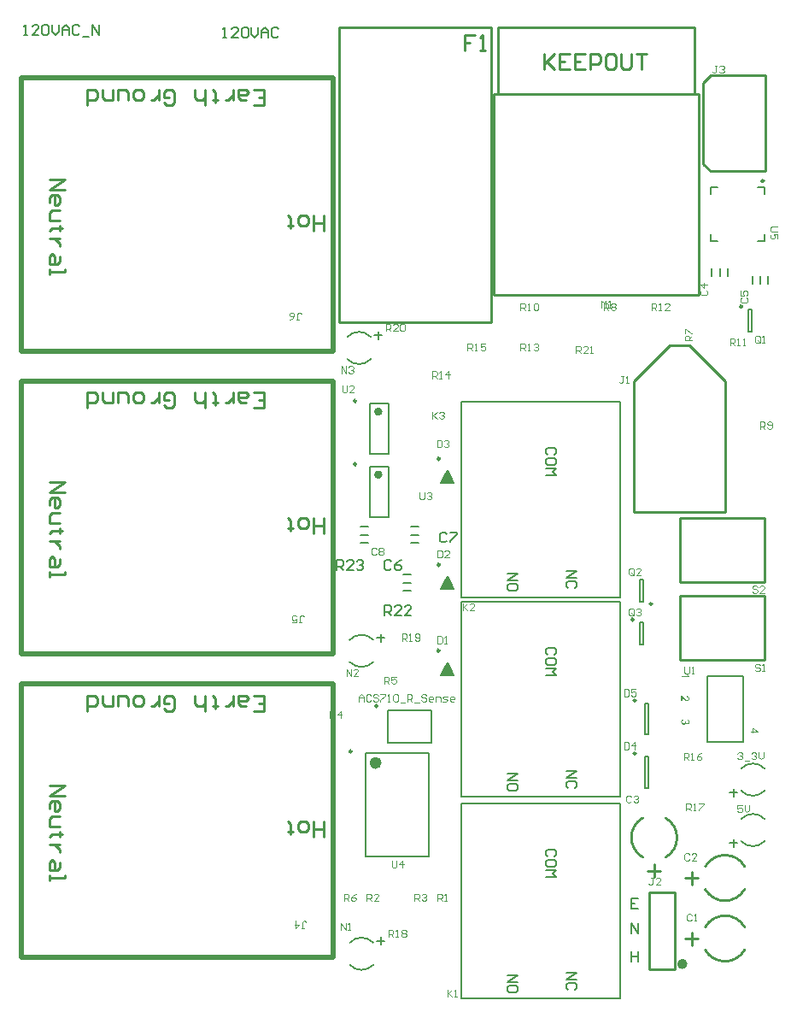
<source format=gto>
G04 Layer_Color=15132400*
%FSLAX24Y24*%
%MOIN*%
G70*
G01*
G75*
%ADD56C,0.0157*%
%ADD57C,0.0098*%
%ADD58C,0.0100*%
%ADD59C,0.0059*%
%ADD60C,0.0236*%
%ADD61C,0.0200*%
%ADD62C,0.0079*%
%ADD63C,0.0080*%
%ADD64C,0.0197*%
%ADD65C,0.0039*%
G36*
X38818Y20660D02*
Y20628D01*
X38612D01*
Y20585D01*
X38576D01*
Y20628D01*
X38500D01*
Y20667D01*
X38576D01*
Y20805D01*
X38612D01*
X38818Y20660D01*
D02*
G37*
G36*
X36039Y22914D02*
X36040Y22913D01*
X36041Y22911D01*
X36042Y22909D01*
X36043Y22906D01*
X36045Y22903D01*
X36049Y22895D01*
X36055Y22886D01*
X36061Y22876D01*
X36068Y22867D01*
X36076Y22857D01*
X36077Y22857D01*
X36077Y22856D01*
X36078Y22855D01*
X36080Y22853D01*
X36084Y22849D01*
X36090Y22844D01*
X36096Y22838D01*
X36104Y22833D01*
X36111Y22827D01*
X36119Y22823D01*
Y22798D01*
X35800D01*
Y22836D01*
X36048D01*
X36048Y22837D01*
X36046Y22839D01*
X36043Y22842D01*
X36040Y22846D01*
X36036Y22852D01*
X36031Y22858D01*
X36026Y22865D01*
X36021Y22874D01*
Y22874D01*
X36021Y22874D01*
X36020Y22876D01*
X36019Y22877D01*
X36017Y22882D01*
X36014Y22887D01*
X36011Y22893D01*
X36007Y22900D01*
X36004Y22907D01*
X36001Y22914D01*
X36039D01*
Y22914D01*
D02*
G37*
G36*
X35805Y22062D02*
X35809Y22062D01*
X35814Y22061D01*
X35818Y22060D01*
X35823Y22058D01*
X35824D01*
X35824Y22058D01*
X35825Y22057D01*
X35827Y22057D01*
X35831Y22055D01*
X35836Y22052D01*
X35843Y22048D01*
X35850Y22044D01*
X35857Y22039D01*
X35865Y22033D01*
X35866Y22032D01*
X35866Y22032D01*
X35867Y22031D01*
X35869Y22029D01*
X35874Y22025D01*
X35879Y22019D01*
X35886Y22012D01*
X35895Y22004D01*
X35904Y21993D01*
X35914Y21981D01*
X35914Y21981D01*
X35916Y21979D01*
X35918Y21976D01*
X35921Y21973D01*
X35924Y21969D01*
X35928Y21964D01*
X35933Y21959D01*
X35938Y21953D01*
X35949Y21942D01*
X35960Y21930D01*
X35966Y21925D01*
X35971Y21920D01*
X35976Y21915D01*
X35981Y21912D01*
X35981Y21911D01*
X35982Y21911D01*
X35983Y21910D01*
X35985Y21909D01*
X35988Y21908D01*
X35990Y21906D01*
X35996Y21902D01*
X36003Y21899D01*
X36011Y21896D01*
X36020Y21894D01*
X36024Y21893D01*
X36030D01*
X36032Y21893D01*
X36036Y21894D01*
X36042Y21895D01*
X36048Y21897D01*
X36054Y21900D01*
X36061Y21904D01*
X36067Y21910D01*
X36068Y21911D01*
X36069Y21913D01*
X36072Y21917D01*
X36075Y21922D01*
X36078Y21928D01*
X36080Y21935D01*
X36082Y21944D01*
X36083Y21953D01*
Y21954D01*
Y21955D01*
Y21956D01*
X36083Y21958D01*
Y21960D01*
X36082Y21963D01*
X36081Y21969D01*
X36079Y21976D01*
X36076Y21984D01*
X36072Y21992D01*
X36066Y21998D01*
X36065Y21999D01*
X36063Y22001D01*
X36059Y22004D01*
X36054Y22007D01*
X36047Y22010D01*
X36039Y22013D01*
X36030Y22015D01*
X36019Y22015D01*
X36023Y22055D01*
X36024D01*
X36026Y22055D01*
X36028D01*
X36031Y22055D01*
X36035Y22054D01*
X36039Y22053D01*
X36044Y22052D01*
X36049Y22050D01*
X36060Y22046D01*
X36066Y22044D01*
X36071Y22041D01*
X36077Y22038D01*
X36082Y22034D01*
X36087Y22030D01*
X36092Y22025D01*
X36092Y22024D01*
X36092Y22024D01*
X36094Y22022D01*
X36095Y22020D01*
X36097Y22017D01*
X36099Y22014D01*
X36101Y22010D01*
X36104Y22005D01*
X36106Y22000D01*
X36108Y21995D01*
X36110Y21989D01*
X36111Y21983D01*
X36113Y21976D01*
X36114Y21969D01*
X36115Y21961D01*
X36115Y21953D01*
Y21952D01*
Y21950D01*
Y21948D01*
X36115Y21945D01*
X36114Y21941D01*
X36114Y21936D01*
X36113Y21931D01*
X36112Y21926D01*
X36109Y21915D01*
X36107Y21909D01*
X36104Y21903D01*
X36102Y21896D01*
X36098Y21891D01*
X36094Y21885D01*
X36090Y21880D01*
X36089Y21879D01*
X36088Y21879D01*
X36087Y21877D01*
X36085Y21876D01*
X36083Y21874D01*
X36080Y21871D01*
X36076Y21869D01*
X36072Y21866D01*
X36068Y21864D01*
X36063Y21862D01*
X36052Y21857D01*
X36047Y21855D01*
X36040Y21854D01*
X36034Y21853D01*
X36027Y21853D01*
X36023D01*
X36020Y21853D01*
X36015Y21854D01*
X36009Y21855D01*
X36003Y21856D01*
X35996Y21858D01*
X35989Y21861D01*
X35988Y21861D01*
X35986Y21863D01*
X35982Y21864D01*
X35978Y21867D01*
X35972Y21871D01*
X35965Y21875D01*
X35958Y21881D01*
X35950Y21887D01*
X35950D01*
X35950Y21888D01*
X35948Y21889D01*
X35947Y21890D01*
X35945Y21892D01*
X35942Y21895D01*
X35939Y21898D01*
X35936Y21901D01*
X35932Y21905D01*
X35928Y21910D01*
X35923Y21915D01*
X35918Y21920D01*
X35913Y21926D01*
X35907Y21932D01*
X35901Y21940D01*
X35895Y21947D01*
X35894Y21948D01*
X35893Y21949D01*
X35892Y21950D01*
X35890Y21953D01*
X35888Y21955D01*
X35885Y21959D01*
X35878Y21966D01*
X35872Y21974D01*
X35865Y21981D01*
X35862Y21984D01*
X35859Y21987D01*
X35857Y21990D01*
X35855Y21992D01*
X35854Y21993D01*
X35853Y21994D01*
X35851Y21995D01*
X35848Y21998D01*
X35845Y22000D01*
X35841Y22003D01*
X35834Y22009D01*
Y21853D01*
X35796D01*
Y22063D01*
X35801D01*
X35805Y22062D01*
D02*
G37*
G36*
X35890Y21106D02*
X35889D01*
X35888Y21106D01*
X35886Y21105D01*
X35884Y21105D01*
X35881Y21104D01*
X35878Y21103D01*
X35871Y21101D01*
X35863Y21098D01*
X35855Y21094D01*
X35847Y21089D01*
X35844Y21087D01*
X35841Y21084D01*
X35841Y21083D01*
X35839Y21081D01*
X35837Y21078D01*
X35834Y21073D01*
X35831Y21067D01*
X35829Y21060D01*
X35828Y21053D01*
X35827Y21044D01*
Y21044D01*
Y21043D01*
Y21041D01*
X35827Y21040D01*
Y21037D01*
X35828Y21034D01*
X35829Y21028D01*
X35831Y21021D01*
X35835Y21013D01*
X35840Y21005D01*
X35843Y21001D01*
X35846Y20998D01*
X35846Y20997D01*
X35847Y20997D01*
X35848Y20996D01*
X35849Y20995D01*
X35853Y20991D01*
X35859Y20988D01*
X35866Y20985D01*
X35874Y20982D01*
X35883Y20980D01*
X35888Y20979D01*
X35895D01*
X35897Y20979D01*
X35900D01*
X35902Y20980D01*
X35909Y20981D01*
X35916Y20983D01*
X35923Y20986D01*
X35930Y20991D01*
X35934Y20993D01*
X35937Y20996D01*
X35938Y20997D01*
X35940Y21000D01*
X35942Y21003D01*
X35946Y21008D01*
X35949Y21015D01*
X35952Y21022D01*
X35954Y21031D01*
X35954Y21041D01*
Y21041D01*
Y21043D01*
Y21046D01*
X35954Y21048D01*
X35954Y21053D01*
X35953Y21058D01*
X35952Y21063D01*
X35950Y21069D01*
X35985Y21064D01*
Y21063D01*
X35984Y21062D01*
X35984Y21060D01*
Y21058D01*
Y21058D01*
Y21057D01*
Y21056D01*
X35984Y21054D01*
X35985Y21049D01*
X35985Y21043D01*
X35987Y21036D01*
X35989Y21029D01*
X35992Y21021D01*
X35997Y21013D01*
Y21013D01*
X35997Y21013D01*
X35999Y21010D01*
X36002Y21007D01*
X36007Y21003D01*
X36012Y20999D01*
X36019Y20996D01*
X36028Y20994D01*
X36032Y20994D01*
X36037Y20993D01*
X36038D01*
X36041Y20994D01*
X36044Y20994D01*
X36049Y20995D01*
X36055Y20997D01*
X36061Y20999D01*
X36067Y21003D01*
X36072Y21008D01*
X36073Y21009D01*
X36075Y21010D01*
X36077Y21014D01*
X36080Y21018D01*
X36082Y21023D01*
X36085Y21030D01*
X36086Y21037D01*
X36087Y21045D01*
Y21046D01*
Y21046D01*
Y21047D01*
X36086Y21049D01*
X36086Y21053D01*
X36085Y21059D01*
X36083Y21065D01*
X36080Y21071D01*
X36077Y21077D01*
X36072Y21084D01*
X36071Y21084D01*
X36070Y21086D01*
X36066Y21089D01*
X36061Y21091D01*
X36056Y21095D01*
X36048Y21098D01*
X36040Y21101D01*
X36030Y21103D01*
X36037Y21141D01*
X36037D01*
X36038Y21141D01*
X36040Y21141D01*
X36043Y21140D01*
X36046Y21139D01*
X36050Y21138D01*
X36054Y21136D01*
X36059Y21135D01*
X36068Y21130D01*
X36078Y21125D01*
X36088Y21118D01*
X36093Y21114D01*
X36097Y21109D01*
X36097Y21109D01*
X36098Y21108D01*
X36099Y21107D01*
X36100Y21105D01*
X36102Y21102D01*
X36104Y21099D01*
X36106Y21096D01*
X36108Y21092D01*
X36110Y21087D01*
X36112Y21083D01*
X36116Y21072D01*
X36118Y21060D01*
X36118Y21053D01*
X36119Y21046D01*
Y21046D01*
Y21045D01*
Y21044D01*
Y21041D01*
X36118Y21039D01*
Y21037D01*
X36118Y21030D01*
X36116Y21023D01*
X36114Y21015D01*
X36111Y21007D01*
X36108Y20998D01*
Y20998D01*
X36107Y20998D01*
X36106Y20996D01*
X36106Y20995D01*
X36103Y20991D01*
X36100Y20986D01*
X36095Y20981D01*
X36090Y20975D01*
X36084Y20970D01*
X36077Y20965D01*
X36077D01*
X36076Y20965D01*
X36074Y20963D01*
X36070Y20961D01*
X36065Y20959D01*
X36059Y20957D01*
X36052Y20955D01*
X36044Y20953D01*
X36036Y20953D01*
X36033D01*
X36029Y20953D01*
X36024Y20954D01*
X36018Y20956D01*
X36012Y20958D01*
X36005Y20961D01*
X35999Y20964D01*
X35998Y20965D01*
X35996Y20966D01*
X35993Y20969D01*
X35989Y20972D01*
X35985Y20977D01*
X35980Y20983D01*
X35976Y20989D01*
X35972Y20997D01*
Y20996D01*
X35971Y20996D01*
X35971Y20994D01*
X35971Y20992D01*
X35970Y20990D01*
X35968Y20987D01*
X35966Y20981D01*
X35962Y20974D01*
X35957Y20967D01*
X35952Y20959D01*
X35945Y20953D01*
X35944D01*
X35944Y20952D01*
X35942Y20951D01*
X35941Y20951D01*
X35939Y20949D01*
X35937Y20948D01*
X35931Y20945D01*
X35923Y20942D01*
X35914Y20940D01*
X35905Y20938D01*
X35894Y20937D01*
X35890D01*
X35887Y20938D01*
X35883Y20938D01*
X35879Y20939D01*
X35874Y20940D01*
X35869Y20941D01*
X35864Y20943D01*
X35858Y20945D01*
X35852Y20947D01*
X35846Y20950D01*
X35840Y20954D01*
X35834Y20958D01*
X35828Y20963D01*
X35823Y20968D01*
X35823Y20968D01*
X35822Y20969D01*
X35821Y20971D01*
X35819Y20973D01*
X35817Y20976D01*
X35814Y20980D01*
X35812Y20984D01*
X35809Y20989D01*
X35806Y20994D01*
X35804Y21000D01*
X35801Y21006D01*
X35799Y21013D01*
X35797Y21020D01*
X35796Y21028D01*
X35795Y21036D01*
X35795Y21044D01*
Y21045D01*
Y21046D01*
Y21048D01*
X35795Y21051D01*
X35795Y21055D01*
X35796Y21059D01*
X35797Y21064D01*
X35798Y21069D01*
X35801Y21079D01*
X35803Y21085D01*
X35805Y21091D01*
X35808Y21097D01*
X35811Y21103D01*
X35815Y21108D01*
X35819Y21114D01*
X35820Y21114D01*
X35821Y21115D01*
X35822Y21116D01*
X35824Y21118D01*
X35826Y21120D01*
X35829Y21123D01*
X35833Y21125D01*
X35837Y21128D01*
X35841Y21131D01*
X35846Y21134D01*
X35852Y21136D01*
X35857Y21139D01*
X35864Y21141D01*
X35870Y21143D01*
X35877Y21144D01*
X35884Y21145D01*
X35890Y21106D01*
D02*
G37*
G36*
X26923Y26226D02*
X26423D01*
X26673Y26726D01*
X26923Y26226D01*
D02*
G37*
G36*
Y30360D02*
X26423D01*
X26673Y30860D01*
X26923Y30360D01*
D02*
G37*
G36*
Y22880D02*
X26423D01*
X26673Y23380D01*
X26923Y22880D01*
D02*
G37*
%LPC*%
G36*
X38612Y20767D02*
Y20667D01*
X38755D01*
X38612Y20767D01*
D02*
G37*
%LPD*%
D56*
X24055Y30689D02*
G03*
X24055Y30689I-79J0D01*
G01*
Y33150D02*
G03*
X24055Y33150I-79J0D01*
G01*
D57*
X23120Y31104D02*
G03*
X23120Y31104I-49J0D01*
G01*
Y33565D02*
G03*
X23120Y33565I-49J0D01*
G01*
X34026Y21890D02*
G03*
X34026Y21890I-49J0D01*
G01*
Y19823D02*
G03*
X34026Y19823I-49J0D01*
G01*
X23947Y21673D02*
G03*
X23947Y21673I-49J0D01*
G01*
X33939Y25039D02*
G03*
X33939Y25039I-49J0D01*
G01*
X34663Y25650D02*
G03*
X34663Y25650I-49J0D01*
G01*
X38171Y37244D02*
G03*
X38171Y37244I-49J0D01*
G01*
X39026Y42146D02*
G03*
X39026Y42146I-49J0D01*
G01*
X22943Y19900D02*
G03*
X22943Y19900I-49J0D01*
G01*
X34539Y11409D02*
Y14409D01*
X35539D01*
Y11409D02*
Y14409D01*
X34539Y11409D02*
X35539D01*
D58*
X36733Y12156D02*
G03*
X38267Y12156I767J443D01*
G01*
X38270Y13049D02*
G03*
X36735Y13049I-767J-443D01*
G01*
X36733Y14518D02*
G03*
X38267Y14518I767J443D01*
G01*
X38270Y15411D02*
G03*
X36735Y15411I-767J-443D01*
G01*
X26373Y27176D02*
G03*
X26373Y27176I-50J0D01*
G01*
Y23830D02*
G03*
X26373Y23830I-50J0D01*
G01*
X35187Y15768D02*
G03*
X35187Y17303I-443J767D01*
G01*
X34293Y17305D02*
G03*
X34293Y15771I443J-767D01*
G01*
X26373Y31310D02*
G03*
X26373Y31310I-50J0D01*
G01*
X36200Y12348D02*
Y12848D01*
X35950Y12598D02*
X36450D01*
X36200Y14711D02*
Y15211D01*
X35950Y14961D02*
X36450D01*
X37500Y29232D02*
Y34350D01*
X33957Y29232D02*
X37500D01*
X33957D02*
Y34350D01*
X35335Y35728D01*
X36122D02*
X37500Y34350D01*
X35335Y35728D02*
X36122D01*
X39052Y23462D02*
Y25955D01*
X35752Y23462D02*
Y25955D01*
Y23462D02*
X39052D01*
X35752Y25955D02*
X39052D01*
Y26513D02*
Y29006D01*
X35752Y26513D02*
Y29006D01*
Y26513D02*
X39052D01*
X35752Y29006D02*
X39052D01*
X36337Y45533D02*
X36477D01*
X28490D02*
X28630D01*
X28640Y45522D02*
Y48121D01*
Y45522D02*
X36327D01*
X28490Y37698D02*
Y45533D01*
X36477Y37698D02*
Y45533D01*
X28490Y37698D02*
X36477D01*
X28640Y48121D02*
X30224D01*
X36327Y45522D02*
Y48121D01*
X30224D02*
X36327D01*
X34494Y15235D02*
X34994D01*
X34744Y14985D02*
Y15485D01*
X28389Y36625D02*
Y48121D01*
X27146Y36625D02*
X28389D01*
X22439Y48121D02*
X28389D01*
X22439Y36625D02*
Y48121D01*
Y36625D02*
X27264D01*
X36654Y42807D02*
X36941Y42520D01*
X36939Y46260D02*
X39075D01*
X36654Y45974D02*
X36939Y46260D01*
X36654Y42807D02*
Y45972D01*
X36941Y42520D02*
X39075D01*
Y46260D01*
X27762Y47844D02*
X27362D01*
Y47544D01*
X27562D01*
X27362D01*
Y47244D01*
X27962D02*
X28162D01*
X28062D01*
Y47844D01*
X27962Y47744D01*
X19102Y45101D02*
X19502D01*
Y45701D01*
X19102D01*
X19502Y45401D02*
X19302D01*
X18803Y45301D02*
X18603D01*
X18503Y45401D01*
Y45701D01*
X18803D01*
X18903Y45601D01*
X18803Y45501D01*
X18503D01*
X18303Y45301D02*
Y45701D01*
Y45501D01*
X18203Y45401D01*
X18103Y45301D01*
X18003D01*
X17603Y45201D02*
Y45301D01*
X17703D01*
X17503D01*
X17603D01*
Y45601D01*
X17503Y45701D01*
X17203Y45101D02*
Y45701D01*
Y45401D01*
X17103Y45301D01*
X16903D01*
X16803Y45401D01*
Y45701D01*
X15604Y45201D02*
X15704Y45101D01*
X15904D01*
X16003Y45201D01*
Y45601D01*
X15904Y45701D01*
X15704D01*
X15604Y45601D01*
Y45401D01*
X15804D01*
X15404Y45301D02*
Y45701D01*
Y45501D01*
X15304Y45401D01*
X15204Y45301D01*
X15104D01*
X14704Y45701D02*
X14504D01*
X14404Y45601D01*
Y45401D01*
X14504Y45301D01*
X14704D01*
X14804Y45401D01*
Y45601D01*
X14704Y45701D01*
X14204Y45301D02*
Y45601D01*
X14104Y45701D01*
X13804D01*
Y45301D01*
X13604Y45701D02*
Y45301D01*
X13304D01*
X13204Y45401D01*
Y45701D01*
X12605Y45101D02*
Y45701D01*
X12904D01*
X13004Y45601D01*
Y45401D01*
X12904Y45301D01*
X12605D01*
X11152Y42201D02*
X11752D01*
X11152Y41801D01*
X11752D01*
X11152Y41301D02*
Y41501D01*
X11252Y41601D01*
X11452D01*
X11552Y41501D01*
Y41301D01*
X11452Y41202D01*
X11352D01*
Y41601D01*
X11552Y41002D02*
X11252D01*
X11152Y40902D01*
Y40602D01*
X11552D01*
X11652Y40302D02*
X11552D01*
Y40402D01*
Y40202D01*
Y40302D01*
X11252D01*
X11152Y40202D01*
X11552Y39902D02*
X11152D01*
X11352D01*
X11452Y39802D01*
X11552Y39702D01*
Y39602D01*
Y39202D02*
Y39002D01*
X11452Y38902D01*
X11152D01*
Y39202D01*
X11252Y39302D01*
X11352Y39202D01*
Y38902D01*
X11152Y38702D02*
Y38502D01*
Y38602D01*
X11752D01*
Y38702D01*
X21852Y40201D02*
Y40801D01*
Y40501D01*
X21452D01*
Y40201D01*
Y40801D01*
X21153D02*
X20953D01*
X20853Y40701D01*
Y40501D01*
X20953Y40401D01*
X21153D01*
X21253Y40501D01*
Y40701D01*
X21153Y40801D01*
X20553Y40301D02*
Y40401D01*
X20653D01*
X20453D01*
X20553D01*
Y40701D01*
X20453Y40801D01*
X19102Y33290D02*
X19502D01*
Y33890D01*
X19102D01*
X19502Y33590D02*
X19302D01*
X18803Y33490D02*
X18603D01*
X18503Y33590D01*
Y33890D01*
X18803D01*
X18903Y33790D01*
X18803Y33690D01*
X18503D01*
X18303Y33490D02*
Y33890D01*
Y33690D01*
X18203Y33590D01*
X18103Y33490D01*
X18003D01*
X17603Y33390D02*
Y33490D01*
X17703D01*
X17503D01*
X17603D01*
Y33790D01*
X17503Y33890D01*
X17203Y33290D02*
Y33890D01*
Y33590D01*
X17103Y33490D01*
X16903D01*
X16803Y33590D01*
Y33890D01*
X15604Y33390D02*
X15704Y33290D01*
X15904D01*
X16003Y33390D01*
Y33790D01*
X15904Y33890D01*
X15704D01*
X15604Y33790D01*
Y33590D01*
X15804D01*
X15404Y33490D02*
Y33890D01*
Y33690D01*
X15304Y33590D01*
X15204Y33490D01*
X15104D01*
X14704Y33890D02*
X14504D01*
X14404Y33790D01*
Y33590D01*
X14504Y33490D01*
X14704D01*
X14804Y33590D01*
Y33790D01*
X14704Y33890D01*
X14204Y33490D02*
Y33790D01*
X14104Y33890D01*
X13804D01*
Y33490D01*
X13604Y33890D02*
Y33490D01*
X13304D01*
X13204Y33590D01*
Y33890D01*
X12605Y33290D02*
Y33890D01*
X12904D01*
X13004Y33790D01*
Y33590D01*
X12904Y33490D01*
X12605D01*
X11152Y30390D02*
X11752D01*
X11152Y29990D01*
X11752D01*
X11152Y29490D02*
Y29690D01*
X11252Y29790D01*
X11452D01*
X11552Y29690D01*
Y29490D01*
X11452Y29390D01*
X11352D01*
Y29790D01*
X11552Y29191D02*
X11252D01*
X11152Y29091D01*
Y28791D01*
X11552D01*
X11652Y28491D02*
X11552D01*
Y28591D01*
Y28391D01*
Y28491D01*
X11252D01*
X11152Y28391D01*
X11552Y28091D02*
X11152D01*
X11352D01*
X11452Y27991D01*
X11552Y27891D01*
Y27791D01*
Y27391D02*
Y27191D01*
X11452Y27091D01*
X11152D01*
Y27391D01*
X11252Y27491D01*
X11352Y27391D01*
Y27091D01*
X11152Y26891D02*
Y26691D01*
Y26791D01*
X11752D01*
Y26891D01*
X21852Y28390D02*
Y28990D01*
Y28690D01*
X21452D01*
Y28390D01*
Y28990D01*
X21153D02*
X20953D01*
X20853Y28890D01*
Y28690D01*
X20953Y28590D01*
X21153D01*
X21253Y28690D01*
Y28890D01*
X21153Y28990D01*
X20553Y28490D02*
Y28590D01*
X20653D01*
X20453D01*
X20553D01*
Y28890D01*
X20453Y28990D01*
X19102Y21479D02*
X19502D01*
Y22079D01*
X19102D01*
X19502Y21779D02*
X19302D01*
X18803Y21679D02*
X18603D01*
X18503Y21779D01*
Y22079D01*
X18803D01*
X18903Y21979D01*
X18803Y21879D01*
X18503D01*
X18303Y21679D02*
Y22079D01*
Y21879D01*
X18203Y21779D01*
X18103Y21679D01*
X18003D01*
X17603Y21579D02*
Y21679D01*
X17703D01*
X17503D01*
X17603D01*
Y21979D01*
X17503Y22079D01*
X17203Y21479D02*
Y22079D01*
Y21779D01*
X17103Y21679D01*
X16903D01*
X16803Y21779D01*
Y22079D01*
X15604Y21579D02*
X15704Y21479D01*
X15904D01*
X16003Y21579D01*
Y21979D01*
X15904Y22079D01*
X15704D01*
X15604Y21979D01*
Y21779D01*
X15804D01*
X15404Y21679D02*
Y22079D01*
Y21879D01*
X15304Y21779D01*
X15204Y21679D01*
X15104D01*
X14704Y22079D02*
X14504D01*
X14404Y21979D01*
Y21779D01*
X14504Y21679D01*
X14704D01*
X14804Y21779D01*
Y21979D01*
X14704Y22079D01*
X14204Y21679D02*
Y21979D01*
X14104Y22079D01*
X13804D01*
Y21679D01*
X13604Y22079D02*
Y21679D01*
X13304D01*
X13204Y21779D01*
Y22079D01*
X12605Y21479D02*
Y22079D01*
X12904D01*
X13004Y21979D01*
Y21779D01*
X12904Y21679D01*
X12605D01*
X11152Y18579D02*
X11752D01*
X11152Y18179D01*
X11752D01*
X11152Y17679D02*
Y17879D01*
X11252Y17979D01*
X11452D01*
X11552Y17879D01*
Y17679D01*
X11452Y17579D01*
X11352D01*
Y17979D01*
X11552Y17380D02*
X11252D01*
X11152Y17280D01*
Y16980D01*
X11552D01*
X11652Y16680D02*
X11552D01*
Y16780D01*
Y16580D01*
Y16680D01*
X11252D01*
X11152Y16580D01*
X11552Y16280D02*
X11152D01*
X11352D01*
X11452Y16180D01*
X11552Y16080D01*
Y15980D01*
Y15580D02*
Y15380D01*
X11452Y15280D01*
X11152D01*
Y15580D01*
X11252Y15680D01*
X11352Y15580D01*
Y15280D01*
X11152Y15080D02*
Y14880D01*
Y14980D01*
X11752D01*
Y15080D01*
X21852Y16579D02*
Y17179D01*
Y16879D01*
X21452D01*
Y16579D01*
Y17179D01*
X21153D02*
X20953D01*
X20853Y17079D01*
Y16879D01*
X20953Y16779D01*
X21153D01*
X21253Y16879D01*
Y17079D01*
X21153Y17179D01*
X20553Y16679D02*
Y16779D01*
X20653D01*
X20453D01*
X20553D01*
Y17079D01*
X20453Y17179D01*
X30451Y47107D02*
Y46507D01*
Y46707D01*
X30851Y47107D01*
X30551Y46807D01*
X30851Y46507D01*
X31450Y47107D02*
X31051D01*
Y46507D01*
X31450D01*
X31051Y46807D02*
X31251D01*
X32050Y47107D02*
X31650D01*
Y46507D01*
X32050D01*
X31650Y46807D02*
X31850D01*
X32250Y46507D02*
Y47107D01*
X32550D01*
X32650Y47007D01*
Y46807D01*
X32550Y46707D01*
X32250D01*
X33150Y47107D02*
X32950D01*
X32850Y47007D01*
Y46607D01*
X32950Y46507D01*
X33150D01*
X33250Y46607D01*
Y47007D01*
X33150Y47107D01*
X33450D02*
Y46607D01*
X33550Y46507D01*
X33750D01*
X33850Y46607D01*
Y47107D01*
X34050D02*
X34449D01*
X34250D01*
Y46507D01*
D59*
X23780Y24248D02*
G03*
X22858Y24248I-461J-430D01*
G01*
Y23389D02*
G03*
X23780Y23389I461J430D01*
G01*
X23681Y36060D02*
G03*
X22760Y36060I-461J-430D01*
G01*
Y35200D02*
G03*
X23681Y35200I461J430D01*
G01*
X38130Y18370D02*
G03*
X39051Y18370I461J430D01*
G01*
Y19229D02*
G03*
X38130Y19229I-461J-430D01*
G01*
Y16401D02*
G03*
X39051Y16401I461J430D01*
G01*
Y17260D02*
G03*
X38130Y17260I-461J-430D01*
G01*
X23780Y12437D02*
G03*
X22858Y12437I-461J-430D01*
G01*
Y11578D02*
G03*
X23780Y11578I461J430D01*
G01*
X24069Y24169D02*
Y24469D01*
X23919Y24319D02*
X24219D01*
X23970Y35980D02*
Y36280D01*
X23820Y36130D02*
X24120D01*
X37841Y18149D02*
Y18449D01*
X37691Y18299D02*
X37991D01*
X37841Y16181D02*
Y16481D01*
X37691Y16331D02*
X37991D01*
X24069Y12358D02*
Y12658D01*
X23919Y12508D02*
X24219D01*
X33858Y12106D02*
Y11713D01*
Y11909D01*
X34121D01*
Y12106D01*
Y11713D01*
X33858Y12795D02*
Y13189D01*
X34121Y12795D01*
Y13189D01*
Y14173D02*
X33858D01*
Y13780D01*
X34121D01*
X33858Y13976D02*
X33989D01*
X22343Y26969D02*
Y27362D01*
X22539D01*
X22605Y27296D01*
Y27165D01*
X22539Y27100D01*
X22343D01*
X22474D02*
X22605Y26969D01*
X22998D02*
X22736D01*
X22998Y27231D01*
Y27296D01*
X22933Y27362D01*
X22802D01*
X22736Y27296D01*
X23130D02*
X23195Y27362D01*
X23326D01*
X23392Y27296D01*
Y27231D01*
X23326Y27165D01*
X23261D01*
X23326D01*
X23392Y27100D01*
Y27034D01*
X23326Y26969D01*
X23195D01*
X23130Y27034D01*
X24475Y27296D02*
X24409Y27362D01*
X24278D01*
X24213Y27296D01*
Y27034D01*
X24278Y26969D01*
X24409D01*
X24475Y27034D01*
X24869Y27362D02*
X24737Y27296D01*
X24606Y27165D01*
Y27034D01*
X24672Y26969D01*
X24803D01*
X24869Y27034D01*
Y27100D01*
X24803Y27165D01*
X24606D01*
X26640Y28379D02*
X26575Y28445D01*
X26444D01*
X26378Y28379D01*
Y28117D01*
X26444Y28051D01*
X26575D01*
X26640Y28117D01*
X26772Y28445D02*
X27034D01*
Y28379D01*
X26772Y28117D01*
Y28051D01*
X24213Y25197D02*
Y25590D01*
X24409D01*
X24475Y25525D01*
Y25394D01*
X24409Y25328D01*
X24213D01*
X24344D02*
X24475Y25197D01*
X24869D02*
X24606D01*
X24869Y25459D01*
Y25525D01*
X24803Y25590D01*
X24672D01*
X24606Y25525D01*
X25262Y25197D02*
X25000D01*
X25262Y25459D01*
Y25525D01*
X25197Y25590D01*
X25065D01*
X25000Y25525D01*
D60*
X23986Y19449D02*
G03*
X23986Y19449I-118J0D01*
G01*
D61*
X35939Y11609D02*
G03*
X35939Y11609I-100J0D01*
G01*
D62*
X24961Y26791D02*
X25236D01*
X24961Y26161D02*
X25236D01*
X24961Y26476D02*
X25236D01*
X25256Y28661D02*
X25531D01*
X25256Y28031D02*
X25531D01*
X25256Y28346D02*
X25531D01*
X23287Y28031D02*
X23563D01*
X23287Y28661D02*
X23563D01*
X23287Y28346D02*
X23563D01*
X23661Y29035D02*
X24370D01*
X23661Y31004D02*
X24370D01*
Y29035D02*
Y31004D01*
X23661Y29035D02*
Y31004D01*
Y31496D02*
X24370D01*
X23661Y33465D02*
X24370D01*
Y31496D02*
Y33465D01*
X23661Y31496D02*
Y33465D01*
X39193Y38150D02*
Y38425D01*
X38563Y38150D02*
Y38425D01*
X38878Y38150D02*
Y38425D01*
X37618Y38445D02*
Y38720D01*
X36988Y38445D02*
Y38720D01*
X37303Y38445D02*
Y38720D01*
X34508Y20551D02*
Y21772D01*
X34390Y20551D02*
Y21772D01*
Y20551D02*
X34508D01*
X34390Y21772D02*
X34508D01*
Y18484D02*
Y19705D01*
X34390Y18484D02*
Y19705D01*
Y18484D02*
X34508D01*
X34390Y19705D02*
X34508D01*
X24350Y21496D02*
X26043D01*
Y20236D02*
Y21496D01*
X24350Y20236D02*
X26043D01*
X24350D02*
Y21496D01*
X34177Y24941D02*
X34327D01*
X34177Y24075D02*
X34327D01*
X34177D02*
Y24941D01*
X34327Y24075D02*
Y24941D01*
X34177Y25748D02*
X34327D01*
X34177Y26614D02*
X34327D01*
Y25748D02*
Y26614D01*
X34177Y25748D02*
Y26614D01*
X26423Y26226D02*
X26673Y26726D01*
X26423Y26226D02*
X26923D01*
X26673Y26726D02*
X26923Y26226D01*
X26423Y22880D02*
X26673Y23380D01*
X26423Y22880D02*
X26923D01*
X26673Y23380D02*
X26923Y22880D01*
X38409Y37146D02*
X38559D01*
X38409Y36280D02*
X38559D01*
X38409D02*
Y37146D01*
X38559Y36280D02*
Y37146D01*
X36949Y41634D02*
Y41890D01*
X37205D01*
X36949Y39803D02*
Y40059D01*
Y39803D02*
X37205D01*
X38780D02*
X39035D01*
Y40059D01*
Y41634D02*
Y41890D01*
X38780D02*
X39035D01*
X23474Y15787D02*
Y19843D01*
X25935Y15787D02*
Y19843D01*
X23474D02*
X25935D01*
X23474Y15787D02*
X25935D01*
X26423Y30360D02*
X26673Y30860D01*
X26423Y30360D02*
X26923D01*
X26673Y30860D02*
X26923Y30360D01*
X10138Y47835D02*
X10269D01*
X10203D01*
Y48228D01*
X10138Y48163D01*
X10728Y47835D02*
X10466D01*
X10728Y48097D01*
Y48163D01*
X10663Y48228D01*
X10531D01*
X10466Y48163D01*
X10859D02*
X10925Y48228D01*
X11056D01*
X11122Y48163D01*
Y47900D01*
X11056Y47835D01*
X10925D01*
X10859Y47900D01*
Y48163D01*
X11253Y48228D02*
Y47966D01*
X11384Y47835D01*
X11515Y47966D01*
Y48228D01*
X11646Y47835D02*
Y48097D01*
X11778Y48228D01*
X11909Y48097D01*
Y47835D01*
Y48031D01*
X11646D01*
X12302Y48163D02*
X12237Y48228D01*
X12106D01*
X12040Y48163D01*
Y47900D01*
X12106Y47835D01*
X12237D01*
X12302Y47900D01*
X12434Y47769D02*
X12696D01*
X12827Y47835D02*
Y48228D01*
X13090Y47835D01*
Y48228D01*
X17913Y47736D02*
X18045D01*
X17979D01*
Y48130D01*
X17913Y48064D01*
X18504Y47736D02*
X18241D01*
X18504Y47999D01*
Y48064D01*
X18438Y48130D01*
X18307D01*
X18241Y48064D01*
X18635D02*
X18701Y48130D01*
X18832D01*
X18897Y48064D01*
Y47802D01*
X18832Y47736D01*
X18701D01*
X18635Y47802D01*
Y48064D01*
X19029Y48130D02*
Y47867D01*
X19160Y47736D01*
X19291Y47867D01*
Y48130D01*
X19422Y47736D02*
Y47999D01*
X19553Y48130D01*
X19684Y47999D01*
Y47736D01*
Y47933D01*
X19422D01*
X20078Y48064D02*
X20012Y48130D01*
X19881D01*
X19816Y48064D01*
Y47802D01*
X19881Y47736D01*
X20012D01*
X20078Y47802D01*
D63*
X36800Y20265D02*
X38200D01*
X36800D02*
Y22845D01*
X38200D01*
Y20265D02*
Y22845D01*
X27215Y17868D02*
X33265D01*
X27215Y10259D02*
Y17868D01*
Y10259D02*
X33415D01*
Y17868D01*
X33265D02*
X33415D01*
X27215Y25743D02*
X33265D01*
X27215Y18133D02*
Y25743D01*
Y18133D02*
X33415D01*
Y25743D01*
X33265D02*
X33415D01*
X33265Y33518D02*
X33415D01*
Y25908D02*
Y33518D01*
X27215Y25908D02*
X33415D01*
X27215D02*
Y33518D01*
X33265D01*
X29015Y11169D02*
X29415D01*
X29015Y10902D01*
X29415D01*
Y10569D02*
Y10702D01*
X29348Y10769D01*
X29082D01*
X29015Y10702D01*
Y10569D01*
X29082Y10502D01*
X29348D01*
X29415Y10569D01*
X31315Y11269D02*
X31715D01*
X31315Y11002D01*
X31715D01*
X31648Y10602D02*
X31715Y10669D01*
Y10802D01*
X31648Y10869D01*
X31382D01*
X31315Y10802D01*
Y10669D01*
X31382Y10602D01*
X30848Y15802D02*
X30915Y15869D01*
Y16002D01*
X30848Y16069D01*
X30582D01*
X30515Y16002D01*
Y15869D01*
X30582Y15802D01*
X30915Y15469D02*
Y15602D01*
X30848Y15669D01*
X30582D01*
X30515Y15602D01*
Y15469D01*
X30582Y15402D01*
X30848D01*
X30915Y15469D01*
X30515Y15269D02*
X30915D01*
X30782Y15135D01*
X30915Y15002D01*
X30515D01*
X29015Y19043D02*
X29415D01*
X29015Y18776D01*
X29415D01*
Y18443D02*
Y18576D01*
X29348Y18643D01*
X29082D01*
X29015Y18576D01*
Y18443D01*
X29082Y18376D01*
X29348D01*
X29415Y18443D01*
X31315Y19143D02*
X31715D01*
X31315Y18876D01*
X31715D01*
X31648Y18476D02*
X31715Y18543D01*
Y18676D01*
X31648Y18743D01*
X31382D01*
X31315Y18676D01*
Y18543D01*
X31382Y18476D01*
X30848Y23676D02*
X30915Y23743D01*
Y23876D01*
X30848Y23943D01*
X30582D01*
X30515Y23876D01*
Y23743D01*
X30582Y23676D01*
X30915Y23343D02*
Y23476D01*
X30848Y23543D01*
X30582D01*
X30515Y23476D01*
Y23343D01*
X30582Y23276D01*
X30848D01*
X30915Y23343D01*
X30515Y23143D02*
X30915D01*
X30782Y23009D01*
X30915Y22876D01*
X30515D01*
X30848Y31452D02*
X30915Y31518D01*
Y31651D01*
X30848Y31718D01*
X30582D01*
X30515Y31651D01*
Y31518D01*
X30582Y31452D01*
X30915Y31118D02*
Y31252D01*
X30848Y31318D01*
X30582D01*
X30515Y31252D01*
Y31118D01*
X30582Y31052D01*
X30848D01*
X30915Y31118D01*
X30515Y30918D02*
X30915D01*
X30782Y30785D01*
X30915Y30652D01*
X30515D01*
X31315Y26918D02*
X31715D01*
X31315Y26652D01*
X31715D01*
X31648Y26252D02*
X31715Y26318D01*
Y26452D01*
X31648Y26518D01*
X31382D01*
X31315Y26452D01*
Y26318D01*
X31382Y26252D01*
X29015Y26818D02*
X29415D01*
X29015Y26552D01*
X29415D01*
Y26218D02*
Y26352D01*
X29348Y26418D01*
X29082D01*
X29015Y26352D01*
Y26218D01*
X29082Y26152D01*
X29348D01*
X29415Y26218D01*
D64*
X22202Y42124D02*
Y46151D01*
Y35501D02*
Y42124D01*
X15600Y46151D02*
X22202D01*
X10052D02*
X15600D01*
X10052Y40604D02*
Y46151D01*
Y35501D02*
Y40604D01*
Y35501D02*
X16625D01*
X22202D01*
Y30313D02*
Y34340D01*
Y23690D02*
Y30313D01*
X15600Y34340D02*
X22202D01*
X10052D02*
X15600D01*
X10052Y28793D02*
Y34340D01*
Y23690D02*
Y28793D01*
Y23690D02*
X16625D01*
X22202D01*
Y18502D02*
Y22529D01*
Y11879D02*
Y18502D01*
X15600Y22529D02*
X22202D01*
X10052D02*
X15600D01*
X10052Y16982D02*
Y22529D01*
Y11879D02*
Y16982D01*
Y11879D02*
X16625D01*
X22202D01*
D65*
X24902Y24213D02*
Y24488D01*
X25039D01*
X25085Y24442D01*
Y24350D01*
X25039Y24304D01*
X24902D01*
X24993D02*
X25085Y24213D01*
X25177D02*
X25269D01*
X25223D01*
Y24488D01*
X25177Y24442D01*
X25407Y24259D02*
X25453Y24213D01*
X25544D01*
X25590Y24259D01*
Y24442D01*
X25544Y24488D01*
X25453D01*
X25407Y24442D01*
Y24396D01*
X25453Y24350D01*
X25590D01*
X23904Y27789D02*
X23858Y27835D01*
X23766D01*
X23720Y27789D01*
Y27605D01*
X23766Y27559D01*
X23858D01*
X23904Y27605D01*
X23996Y27789D02*
X24042Y27835D01*
X24134D01*
X24180Y27789D01*
Y27743D01*
X24134Y27697D01*
X24180Y27651D01*
Y27605D01*
X24134Y27559D01*
X24042D01*
X23996Y27605D01*
Y27651D01*
X24042Y27697D01*
X23996Y27743D01*
Y27789D01*
X24042Y27697D02*
X24134D01*
X39547Y40354D02*
X39318D01*
X39272Y40308D01*
Y40217D01*
X39318Y40171D01*
X39547D01*
Y39895D02*
Y40079D01*
X39409D01*
X39455Y39987D01*
Y39941D01*
X39409Y39895D01*
X39318D01*
X39272Y39941D01*
Y40033D01*
X39318Y40079D01*
X22570Y34176D02*
Y33946D01*
X22616Y33900D01*
X22708D01*
X22754Y33946D01*
Y34176D01*
X23029Y33900D02*
X22845D01*
X23029Y34084D01*
Y34130D01*
X22983Y34176D01*
X22891D01*
X22845Y34130D01*
X38766Y26312D02*
X38720Y26358D01*
X38629D01*
X38583Y26312D01*
Y26266D01*
X38629Y26220D01*
X38720D01*
X38766Y26175D01*
Y26129D01*
X38720Y26083D01*
X38629D01*
X38583Y26129D01*
X39042Y26083D02*
X38858D01*
X39042Y26266D01*
Y26312D01*
X38996Y26358D01*
X38904D01*
X38858Y26312D01*
X38865Y23261D02*
X38819Y23307D01*
X38727D01*
X38681Y23261D01*
Y23215D01*
X38727Y23169D01*
X38819D01*
X38865Y23123D01*
Y23077D01*
X38819Y23031D01*
X38727D01*
X38681Y23077D01*
X38957Y23031D02*
X39048D01*
X39003D01*
Y23307D01*
X38957Y23261D01*
X31693Y35433D02*
Y35709D01*
X31831D01*
X31877Y35663D01*
Y35571D01*
X31831Y35525D01*
X31693D01*
X31785D02*
X31877Y35433D01*
X32152D02*
X31968D01*
X32152Y35617D01*
Y35663D01*
X32106Y35709D01*
X32014D01*
X31968Y35663D01*
X32244Y35433D02*
X32336D01*
X32290D01*
Y35709D01*
X32244Y35663D01*
X24278Y36291D02*
Y36567D01*
X24416D01*
X24462Y36521D01*
Y36429D01*
X24416Y36383D01*
X24278D01*
X24370D02*
X24462Y36291D01*
X24738D02*
X24554D01*
X24738Y36475D01*
Y36521D01*
X24692Y36567D01*
X24600D01*
X24554Y36521D01*
X24829D02*
X24875Y36567D01*
X24967D01*
X25013Y36521D01*
Y36337D01*
X24967Y36291D01*
X24875D01*
X24829Y36337D01*
Y36521D01*
X24377Y12669D02*
Y12945D01*
X24515D01*
X24561Y12899D01*
Y12807D01*
X24515Y12761D01*
X24377D01*
X24469D02*
X24561Y12669D01*
X24652D02*
X24744D01*
X24698D01*
Y12945D01*
X24652Y12899D01*
X24882D02*
X24928Y12945D01*
X25020D01*
X25066Y12899D01*
Y12853D01*
X25020Y12807D01*
X25066Y12761D01*
Y12715D01*
X25020Y12669D01*
X24928D01*
X24882Y12715D01*
Y12761D01*
X24928Y12807D01*
X24882Y12853D01*
Y12899D01*
X24928Y12807D02*
X25020D01*
X35990Y17590D02*
Y17866D01*
X36128D01*
X36174Y17820D01*
Y17728D01*
X36128Y17682D01*
X35990D01*
X36082D02*
X36174Y17590D01*
X36265D02*
X36357D01*
X36311D01*
Y17866D01*
X36265Y17820D01*
X36495Y17866D02*
X36679D01*
Y17820D01*
X36495Y17636D01*
Y17590D01*
X35898Y19561D02*
Y19837D01*
X36036D01*
X36082Y19791D01*
Y19699D01*
X36036Y19653D01*
X35898D01*
X35990D02*
X36082Y19561D01*
X36174D02*
X36266D01*
X36220D01*
Y19837D01*
X36174Y19791D01*
X36587Y19837D02*
X36495Y19791D01*
X36404Y19699D01*
Y19607D01*
X36449Y19561D01*
X36541D01*
X36587Y19607D01*
Y19653D01*
X36541Y19699D01*
X36404D01*
X27461Y35531D02*
Y35807D01*
X27598D01*
X27644Y35761D01*
Y35669D01*
X27598Y35623D01*
X27461D01*
X27552D02*
X27644Y35531D01*
X27736D02*
X27828D01*
X27782D01*
Y35807D01*
X27736Y35761D01*
X28149Y35807D02*
X27966D01*
Y35669D01*
X28058Y35715D01*
X28103D01*
X28149Y35669D01*
Y35577D01*
X28103Y35531D01*
X28012D01*
X27966Y35577D01*
X26083Y34449D02*
Y34724D01*
X26220D01*
X26266Y34678D01*
Y34587D01*
X26220Y34541D01*
X26083D01*
X26175D02*
X26266Y34449D01*
X26358D02*
X26450D01*
X26404D01*
Y34724D01*
X26358Y34678D01*
X26726Y34449D02*
Y34724D01*
X26588Y34587D01*
X26771D01*
X29528Y35531D02*
Y35807D01*
X29665D01*
X29711Y35761D01*
Y35669D01*
X29665Y35623D01*
X29528D01*
X29619D02*
X29711Y35531D01*
X29803D02*
X29895D01*
X29849D01*
Y35807D01*
X29803Y35761D01*
X30033D02*
X30079Y35807D01*
X30170D01*
X30216Y35761D01*
Y35715D01*
X30170Y35669D01*
X30124D01*
X30170D01*
X30216Y35623D01*
Y35577D01*
X30170Y35531D01*
X30079D01*
X30033Y35577D01*
X34646Y37106D02*
Y37382D01*
X34783D01*
X34829Y37336D01*
Y37244D01*
X34783Y37198D01*
X34646D01*
X34738D02*
X34829Y37106D01*
X34921D02*
X35013D01*
X34967D01*
Y37382D01*
X34921Y37336D01*
X35334Y37106D02*
X35151D01*
X35334Y37290D01*
Y37336D01*
X35289Y37382D01*
X35197D01*
X35151Y37336D01*
X37697Y35728D02*
Y36004D01*
X37835D01*
X37881Y35958D01*
Y35866D01*
X37835Y35820D01*
X37697D01*
X37789D02*
X37881Y35728D01*
X37972D02*
X38064D01*
X38018D01*
Y36004D01*
X37972Y35958D01*
X38202Y35728D02*
X38294D01*
X38248D01*
Y36004D01*
X38202Y35958D01*
X29528Y37106D02*
Y37382D01*
X29665D01*
X29711Y37336D01*
Y37244D01*
X29665Y37198D01*
X29528D01*
X29619D02*
X29711Y37106D01*
X29803D02*
X29895D01*
X29849D01*
Y37382D01*
X29803Y37336D01*
X30033D02*
X30079Y37382D01*
X30170D01*
X30216Y37336D01*
Y37152D01*
X30170Y37106D01*
X30079D01*
X30033Y37152D01*
Y37336D01*
X38878Y32480D02*
Y32756D01*
X39016D01*
X39062Y32710D01*
Y32618D01*
X39016Y32572D01*
X38878D01*
X38970D02*
X39062Y32480D01*
X39153Y32526D02*
X39199Y32480D01*
X39291D01*
X39337Y32526D01*
Y32710D01*
X39291Y32756D01*
X39199D01*
X39153Y32710D01*
Y32664D01*
X39199Y32618D01*
X39337D01*
X32776Y37106D02*
Y37382D01*
X32913D01*
X32959Y37336D01*
Y37244D01*
X32913Y37198D01*
X32776D01*
X32867D02*
X32959Y37106D01*
X33051Y37336D02*
X33097Y37382D01*
X33189D01*
X33235Y37336D01*
Y37290D01*
X33189Y37244D01*
X33235Y37198D01*
Y37152D01*
X33189Y37106D01*
X33097D01*
X33051Y37152D01*
Y37198D01*
X33097Y37244D01*
X33051Y37290D01*
Y37336D01*
X33097Y37244D02*
X33189D01*
X36220Y35925D02*
X35945D01*
Y36063D01*
X35991Y36109D01*
X36083D01*
X36129Y36063D01*
Y35925D01*
Y36017D02*
X36220Y36109D01*
X35945Y36201D02*
Y36384D01*
X35991D01*
X36175Y36201D01*
X36220D01*
X22638Y14075D02*
Y14350D01*
X22776D01*
X22821Y14304D01*
Y14213D01*
X22776Y14167D01*
X22638D01*
X22730D02*
X22821Y14075D01*
X23097Y14350D02*
X23005Y14304D01*
X22913Y14213D01*
Y14121D01*
X22959Y14075D01*
X23051D01*
X23097Y14121D01*
Y14167D01*
X23051Y14213D01*
X22913D01*
X24213Y22539D02*
Y22815D01*
X24350D01*
X24396Y22769D01*
Y22677D01*
X24350Y22631D01*
X24213D01*
X24304D02*
X24396Y22539D01*
X24672Y22815D02*
X24488D01*
Y22677D01*
X24580Y22723D01*
X24626D01*
X24672Y22677D01*
Y22585D01*
X24626Y22539D01*
X24534D01*
X24488Y22585D01*
X22096Y21191D02*
Y21466D01*
X22234D01*
X22280Y21420D01*
Y21329D01*
X22234Y21283D01*
X22096D01*
X22188D02*
X22280Y21191D01*
X22509D02*
Y21466D01*
X22372Y21329D01*
X22555D01*
X25394Y14075D02*
Y14350D01*
X25531D01*
X25577Y14304D01*
Y14213D01*
X25531Y14167D01*
X25394D01*
X25486D02*
X25577Y14075D01*
X25669Y14304D02*
X25715Y14350D01*
X25807D01*
X25853Y14304D01*
Y14258D01*
X25807Y14213D01*
X25761D01*
X25807D01*
X25853Y14167D01*
Y14121D01*
X25807Y14075D01*
X25715D01*
X25669Y14121D01*
X23524Y14075D02*
Y14350D01*
X23661D01*
X23707Y14304D01*
Y14213D01*
X23661Y14167D01*
X23524D01*
X23615D02*
X23707Y14075D01*
X23983D02*
X23799D01*
X23983Y14258D01*
Y14304D01*
X23937Y14350D01*
X23845D01*
X23799Y14304D01*
X26280Y14075D02*
Y14350D01*
X26417D01*
X26463Y14304D01*
Y14213D01*
X26417Y14167D01*
X26280D01*
X26371D02*
X26463Y14075D01*
X26555D02*
X26647D01*
X26601D01*
Y14350D01*
X26555Y14304D01*
X33944Y25243D02*
Y25426D01*
X33898Y25472D01*
X33806D01*
X33760Y25426D01*
Y25243D01*
X33806Y25197D01*
X33898D01*
X33852Y25289D02*
X33944Y25197D01*
X33898D02*
X33944Y25243D01*
X34035Y25426D02*
X34081Y25472D01*
X34173D01*
X34219Y25426D01*
Y25381D01*
X34173Y25335D01*
X34127D01*
X34173D01*
X34219Y25289D01*
Y25243D01*
X34173Y25197D01*
X34081D01*
X34035Y25243D01*
X33944Y26818D02*
Y27001D01*
X33898Y27047D01*
X33806D01*
X33760Y27001D01*
Y26818D01*
X33806Y26772D01*
X33898D01*
X33852Y26863D02*
X33944Y26772D01*
X33898D02*
X33944Y26818D01*
X34219Y26772D02*
X34035D01*
X34219Y26955D01*
Y27001D01*
X34173Y27047D01*
X34081D01*
X34035Y27001D01*
X38865Y35873D02*
Y36056D01*
X38819Y36102D01*
X38727D01*
X38681Y36056D01*
Y35873D01*
X38727Y35827D01*
X38819D01*
X38773Y35919D02*
X38865Y35827D01*
X38819D02*
X38865Y35873D01*
X38957Y35827D02*
X39048D01*
X39003D01*
Y36102D01*
X38957Y36056D01*
X22539Y34646D02*
Y34921D01*
X22723Y34646D01*
Y34921D01*
X22815Y34875D02*
X22861Y34921D01*
X22953D01*
X22999Y34875D01*
Y34829D01*
X22953Y34783D01*
X22907D01*
X22953D01*
X22999Y34738D01*
Y34692D01*
X22953Y34646D01*
X22861D01*
X22815Y34692D01*
X22736Y22835D02*
Y23110D01*
X22920Y22835D01*
Y23110D01*
X23195Y22835D02*
X23012D01*
X23195Y23018D01*
Y23064D01*
X23149Y23110D01*
X23058D01*
X23012Y23064D01*
X22514Y12930D02*
Y13205D01*
X22697Y12930D01*
Y13205D01*
X22789Y12930D02*
X22881D01*
X22835D01*
Y13205D01*
X22789Y13160D01*
X26083Y33150D02*
Y32874D01*
Y32966D01*
X26266Y33150D01*
X26129Y33012D01*
X26266Y32874D01*
X26358Y33104D02*
X26404Y33150D01*
X26496D01*
X26542Y33104D01*
Y33058D01*
X26496Y33012D01*
X26450D01*
X26496D01*
X26542Y32966D01*
Y32920D01*
X26496Y32874D01*
X26404D01*
X26358Y32920D01*
X20781Y36732D02*
X20873D01*
X20827D01*
Y36962D01*
X20873Y37008D01*
X20919D01*
X20965Y36962D01*
X20505Y36732D02*
X20597Y36778D01*
X20689Y36870D01*
Y36962D01*
X20643Y37008D01*
X20551D01*
X20505Y36962D01*
Y36916D01*
X20551Y36870D01*
X20689D01*
X20879Y24921D02*
X20971D01*
X20925D01*
Y25151D01*
X20971Y25197D01*
X21017D01*
X21063Y25151D01*
X20604Y24921D02*
X20787D01*
Y25059D01*
X20696Y25013D01*
X20650D01*
X20604Y25059D01*
Y25151D01*
X20650Y25197D01*
X20742D01*
X20787Y25151D01*
X20978Y13012D02*
X21070D01*
X21024D01*
Y13241D01*
X21070Y13287D01*
X21116D01*
X21161Y13241D01*
X20748Y13287D02*
Y13012D01*
X20886Y13150D01*
X20702D01*
X34713Y14975D02*
X34621D01*
X34667D01*
Y14745D01*
X34621Y14699D01*
X34575D01*
X34529Y14745D01*
X34989Y14699D02*
X34805D01*
X34989Y14883D01*
Y14929D01*
X34943Y14975D01*
X34851D01*
X34805Y14929D01*
X33550Y34527D02*
X33458D01*
X33504D01*
Y34298D01*
X33458Y34252D01*
X33412D01*
X33366Y34298D01*
X33642Y34252D02*
X33733D01*
X33688D01*
Y34527D01*
X33642Y34482D01*
X33563Y22323D02*
Y22047D01*
X33701D01*
X33747Y22093D01*
Y22277D01*
X33701Y22323D01*
X33563D01*
X34022D02*
X33838D01*
Y22185D01*
X33930Y22231D01*
X33976D01*
X34022Y22185D01*
Y22093D01*
X33976Y22047D01*
X33884D01*
X33838Y22093D01*
X33563Y20256D02*
Y19980D01*
X33701D01*
X33747Y20026D01*
Y20210D01*
X33701Y20256D01*
X33563D01*
X33976Y19980D02*
Y20256D01*
X33838Y20118D01*
X34022D01*
X26263Y32036D02*
Y31760D01*
X26401D01*
X26447Y31806D01*
Y31990D01*
X26401Y32036D01*
X26263D01*
X26539Y31990D02*
X26585Y32036D01*
X26676D01*
X26722Y31990D01*
Y31944D01*
X26676Y31898D01*
X26631D01*
X26676D01*
X26722Y31852D01*
Y31806D01*
X26676Y31760D01*
X26585D01*
X26539Y31806D01*
X26280Y27736D02*
Y27461D01*
X26417D01*
X26463Y27507D01*
Y27690D01*
X26417Y27736D01*
X26280D01*
X26739Y27461D02*
X26555D01*
X26739Y27644D01*
Y27690D01*
X26693Y27736D01*
X26601D01*
X26555Y27690D01*
X26280Y24390D02*
Y24114D01*
X26417D01*
X26463Y24160D01*
Y24344D01*
X26417Y24390D01*
X26280D01*
X26555Y24114D02*
X26647D01*
X26601D01*
Y24390D01*
X26555Y24344D01*
X38156Y37585D02*
X38110Y37539D01*
Y37447D01*
X38156Y37402D01*
X38340D01*
X38386Y37447D01*
Y37539D01*
X38340Y37585D01*
X38110Y37861D02*
Y37677D01*
X38248D01*
X38202Y37769D01*
Y37815D01*
X38248Y37861D01*
X38340D01*
X38386Y37815D01*
Y37723D01*
X38340Y37677D01*
X36581Y37881D02*
X36536Y37835D01*
Y37743D01*
X36581Y37697D01*
X36765D01*
X36811Y37743D01*
Y37835D01*
X36765Y37881D01*
X36811Y38110D02*
X36536D01*
X36673Y37972D01*
Y38156D01*
X33838Y18135D02*
X33792Y18181D01*
X33700D01*
X33654Y18135D01*
Y17951D01*
X33700Y17905D01*
X33792D01*
X33838Y17951D01*
X33930Y18135D02*
X33976Y18181D01*
X34067D01*
X34113Y18135D01*
Y18089D01*
X34067Y18043D01*
X34021D01*
X34067D01*
X34113Y17997D01*
Y17951D01*
X34067Y17905D01*
X33976D01*
X33930Y17951D01*
X36109Y15879D02*
X36063Y15925D01*
X35971D01*
X35925Y15879D01*
Y15696D01*
X35971Y15650D01*
X36063D01*
X36109Y15696D01*
X36384Y15650D02*
X36201D01*
X36384Y15833D01*
Y15879D01*
X36338Y15925D01*
X36247D01*
X36201Y15879D01*
X36207Y13517D02*
X36161Y13563D01*
X36070D01*
X36024Y13517D01*
Y13333D01*
X36070Y13287D01*
X36161D01*
X36207Y13333D01*
X36299Y13287D02*
X36391D01*
X36345D01*
Y13563D01*
X36299Y13517D01*
X23228Y21850D02*
Y22034D01*
X23320Y22126D01*
X23412Y22034D01*
Y21850D01*
Y21988D01*
X23228D01*
X23688Y22080D02*
X23642Y22126D01*
X23550D01*
X23504Y22080D01*
Y21896D01*
X23550Y21850D01*
X23642D01*
X23688Y21896D01*
X23963Y22080D02*
X23917Y22126D01*
X23825D01*
X23779Y22080D01*
Y22034D01*
X23825Y21988D01*
X23917D01*
X23963Y21942D01*
Y21896D01*
X23917Y21850D01*
X23825D01*
X23779Y21896D01*
X24055Y22126D02*
X24239D01*
Y22080D01*
X24055Y21896D01*
Y21850D01*
X24330D02*
X24422D01*
X24376D01*
Y22126D01*
X24330Y22080D01*
X24560D02*
X24606Y22126D01*
X24698D01*
X24744Y22080D01*
Y21896D01*
X24698Y21850D01*
X24606D01*
X24560Y21896D01*
Y22080D01*
X24835Y21804D02*
X25019D01*
X25111Y21850D02*
Y22126D01*
X25249D01*
X25295Y22080D01*
Y21988D01*
X25249Y21942D01*
X25111D01*
X25203D02*
X25295Y21850D01*
X25386Y21804D02*
X25570D01*
X25846Y22080D02*
X25800Y22126D01*
X25708D01*
X25662Y22080D01*
Y22034D01*
X25708Y21988D01*
X25800D01*
X25846Y21942D01*
Y21896D01*
X25800Y21850D01*
X25708D01*
X25662Y21896D01*
X26075Y21850D02*
X25983D01*
X25937Y21896D01*
Y21988D01*
X25983Y22034D01*
X26075D01*
X26121Y21988D01*
Y21942D01*
X25937D01*
X26213Y21850D02*
Y22034D01*
X26351D01*
X26397Y21988D01*
Y21850D01*
X26488D02*
X26626D01*
X26672Y21896D01*
X26626Y21942D01*
X26534D01*
X26488Y21988D01*
X26534Y22034D01*
X26672D01*
X26902Y21850D02*
X26810D01*
X26764Y21896D01*
Y21988D01*
X26810Y22034D01*
X26902D01*
X26948Y21988D01*
Y21942D01*
X26764D01*
X38176Y17795D02*
X37992D01*
Y17657D01*
X38084Y17703D01*
X38130D01*
X38176Y17657D01*
Y17566D01*
X38130Y17520D01*
X38038D01*
X37992Y17566D01*
X38268Y17795D02*
Y17612D01*
X38359Y17520D01*
X38451Y17612D01*
Y17795D01*
X37992Y19816D02*
X38038Y19862D01*
X38130D01*
X38176Y19816D01*
Y19770D01*
X38130Y19724D01*
X38084D01*
X38130D01*
X38176Y19678D01*
Y19633D01*
X38130Y19587D01*
X38038D01*
X37992Y19633D01*
X38268Y19541D02*
X38451D01*
X38543Y19816D02*
X38589Y19862D01*
X38681D01*
X38727Y19816D01*
Y19770D01*
X38681Y19724D01*
X38635D01*
X38681D01*
X38727Y19678D01*
Y19633D01*
X38681Y19587D01*
X38589D01*
X38543Y19633D01*
X38819Y19862D02*
Y19678D01*
X38910Y19587D01*
X39002Y19678D01*
Y19862D01*
X26673Y10610D02*
Y10335D01*
Y10426D01*
X26857Y10610D01*
X26719Y10472D01*
X26857Y10335D01*
X26949D02*
X27041D01*
X26995D01*
Y10610D01*
X26949Y10564D01*
X27264Y25669D02*
Y25394D01*
Y25486D01*
X27447Y25669D01*
X27310Y25531D01*
X27447Y25394D01*
X27723D02*
X27539D01*
X27723Y25577D01*
Y25623D01*
X27677Y25669D01*
X27585D01*
X27539Y25623D01*
X32677Y37205D02*
Y37480D01*
X32769Y37388D01*
X32861Y37480D01*
Y37205D01*
X32953D02*
X33045D01*
X32999D01*
Y37480D01*
X32953Y37434D01*
X35925Y23209D02*
Y22979D01*
X35971Y22933D01*
X36063D01*
X36109Y22979D01*
Y23209D01*
X36201Y22933D02*
X36293D01*
X36247D01*
Y23209D01*
X36201Y23163D01*
X25591Y30000D02*
Y29770D01*
X25636Y29724D01*
X25728D01*
X25774Y29770D01*
Y30000D01*
X25866Y29954D02*
X25912Y30000D01*
X26004D01*
X26050Y29954D01*
Y29908D01*
X26004Y29862D01*
X25958D01*
X26004D01*
X26050Y29816D01*
Y29770D01*
X26004Y29724D01*
X25912D01*
X25866Y29770D01*
X24508Y15630D02*
Y15400D01*
X24554Y15354D01*
X24646D01*
X24692Y15400D01*
Y15630D01*
X24921Y15354D02*
Y15630D01*
X24783Y15492D01*
X24967D01*
X37192Y46634D02*
X37100D01*
X37146D01*
Y46404D01*
X37100Y46358D01*
X37054D01*
X37008Y46404D01*
X37283Y46588D02*
X37329Y46634D01*
X37421D01*
X37467Y46588D01*
Y46542D01*
X37421Y46496D01*
X37375D01*
X37421D01*
X37467Y46450D01*
Y46404D01*
X37421Y46358D01*
X37329D01*
X37283Y46404D01*
M02*

</source>
